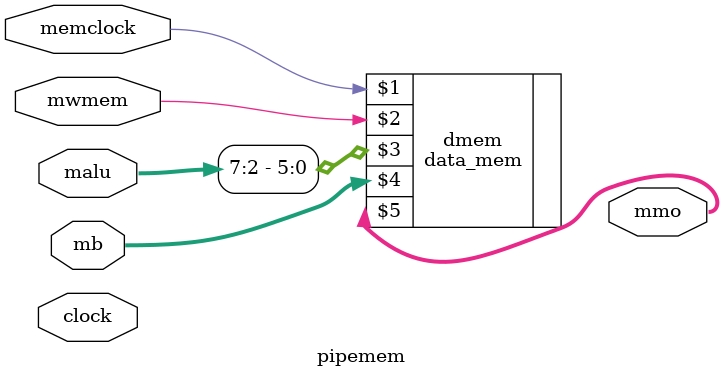
<source format=v>
`timescale 1ns / 1ps
module pipemem(mwmem,malu,mb,clock,memclock,mmo);
input wire mwmem,clock,memclock;
input wire [31:0] malu,mb;
output wire [31:0] mmo;
data_mem dmem(memclock,mwmem,malu[7:2],mb,mmo);
endmodule

</source>
